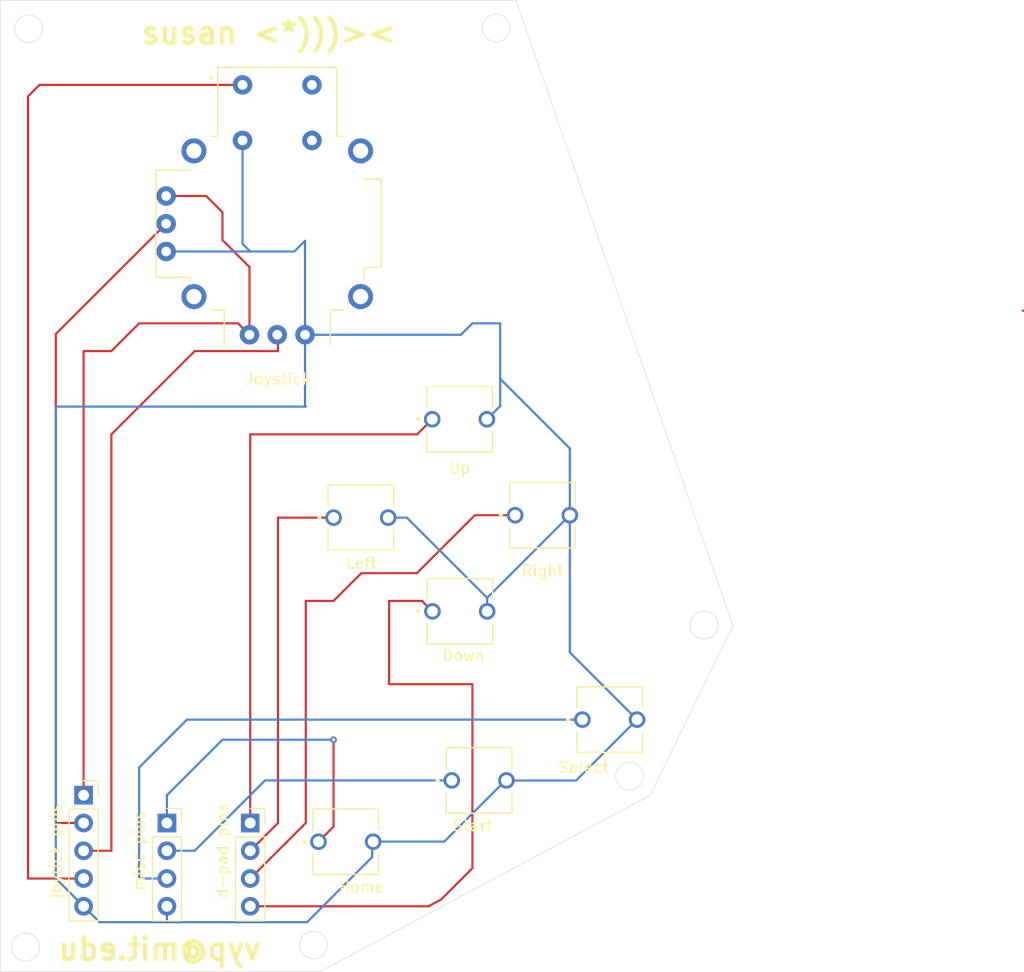
<source format=kicad_pcb>
(kicad_pcb (version 20240108) (generator "pcbnew") (generator_version "8.0")
  (layers (0 "F.Cu" signal) (31 "B.Cu" signal) (34 "B.Paste" user) (35 "F.Paste" user) (36 "B.SilkS" user "B.Silkscreen") (37 "F.SilkS" user "F.Silkscreen") (38 "B.Mask" user) (39 "F.Mask" user) (44 "Edge.Cuts" user))
  (net 0 "")
  (net 1 "/GND")
  (net 2 "/VCC")
  (net 3 "Net-(H1-SHIELD-PadS1)")
  (net 4 "/D0")
  (net 5 "/D3")
  (net 6 "/D4")
  (net 7 "/D2")
  (net 8 "/D1")
  (net 9 "/D17")
  (net 10 "/D16")
  (net 11 "/A1")
  (net 12 "/A0")
  (net 13 "/A2")
  (footprint "Downloads:SW_BUTT-2" (layer "F.Cu") (at 138.545585 102.556166)
    (property "Reference" "SW2")
    (property "Value" "Down" (at 0.338872 4.028471 0) (layer "F.SilkS"))
    (fp_line (start -3 -3) (end 3 -3) (stroke (width 0.127)) (layer "F.SilkS"))
    (fp_line (start -3 -1.075) (end -3 -3) (stroke (width 0.127)) (layer "F.SilkS"))
    (fp_line (start -3 3) (end -3 1.075) (stroke (width 0.127)) (layer "F.SilkS"))
    (fp_line (start 3 -3) (end 3 -1.075) (stroke (width 0.127)) (layer "F.SilkS"))
    (fp_line (start 3 1.075) (end 3 3) (stroke (width 0.127)) (layer "F.SilkS"))
    (fp_line (start 3 3) (end -3 3) (stroke (width 0.127)) (layer "F.SilkS"))
    (fp_circle (center -3.8 0) (end -3.7 0) (stroke (width 0.2)) (fill none) (layer "F.SilkS"))
    (pad "1" thru_hole circle (at -2.5 0) (size 1.508 1.508) (drill 1) (layers "*.Cu" "*.Mask") (net 6 "/D4"))
    (pad "2" thru_hole circle (at 2.5 0) (size 1.508 1.508) (drill 1) (layers "*.Cu" "*.Mask") (net 1 "/GND"))
  )
  (footprint "Downloads:XDCR_COM-09032" (layer "F.Cu") (at 121.851042 67.08675)
    (property "Reference" "H1")
    (property "Value" "Joystick" (at 0.068958 14.19325 0) (layer "F.SilkS"))
    (fp_line (start -11.1 -4.9) (end -7.95 -4.9) (stroke (width 0.127)) (layer "F.SilkS"))
    (fp_line (start -11.1 4.9) (end -11.1 -4.9) (stroke (width 0.127)) (layer "F.SilkS"))
    (fp_line (start -7.95 4.9) (end -11.1 4.9) (stroke (width 0.127)) (layer "F.SilkS"))
    (fp_line (start -7.95 5.17) (end -7.95 4.9) (stroke (width 0.127)) (layer "F.SilkS"))
    (fp_line (start -6.07 -8) (end -5.45 -8) (stroke (width 0.127)) (layer "F.SilkS"))
    (fp_line (start -5.45 -14.3) (end 5.45 -14.3) (stroke (width 0.127)) (layer "F.SilkS"))
    (fp_line (start -5.45 -8) (end -5.45 -14.3) (stroke (width 0.127)) (layer "F.SilkS"))
    (fp_line (start -4.85 7.9) (end -6.07 7.9) (stroke (width 0.127)) (layer "F.SilkS"))
    (fp_line (start -4.85 11.1) (end -4.85 7.9) (stroke (width 0.127)) (layer "F.SilkS"))
    (fp_line (start 4.85 7.9) (end 4.85 11.1) (stroke (width 0.127)) (layer "F.SilkS"))
    (fp_line (start 5.45 -14.3) (end 5.45 -8) (stroke (width 0.127)) (layer "F.SilkS"))
    (fp_line (start 5.45 -8) (end 6.08 -8) (stroke (width 0.127)) (layer "F.SilkS"))
    (fp_line (start 6.08 7.9) (end 4.85 7.9) (stroke (width 0.127)) (layer "F.SilkS"))
    (fp_line (start 7.95 -4.1) (end 9.5 -4.1) (stroke (width 0.127)) (layer "F.SilkS"))
    (fp_line (start 7.95 4) (end 7.95 5.12) (stroke (width 0.127)) (layer "F.SilkS"))
    (fp_line (start 9.5 -4.1) (end 9.5 4) (stroke (width 0.127)) (layer "F.SilkS"))
    (fp_line (start 9.5 4) (end 7.95 4) (stroke (width 0.127)) (layer "F.SilkS"))
    (fp_circle (center -6.05 -13.35) (end -5.95 -13.35) (stroke (width 0.2)) (fill none) (layer "F.SilkS"))
    (pad "B1A" thru_hole circle (at -3.175 -12.7) (size 1.778 1.778) (drill 0.9) (layers "*.Cu" "*.Mask") (net 13 "/A2"))
    (pad "B1B" thru_hole circle (at 3.175 -12.7) (size 1.778 1.778) (drill 0.9) (layers "*.Cu" "*.Mask"))
    (pad "B2A" thru_hole circle (at -3.175 -7.62) (size 1.778 1.778) (drill 0.9) (layers "*.Cu" "*.Mask") (net 1 "/GND"))
    (pad "B2B" thru_hole circle (at 3.175 -7.62) (size 1.778 1.778) (drill 0.9) (layers "*.Cu" "*.Mask"))
    (pad "H1" thru_hole circle (at -2.54 10.16) (size 1.778 1.778) (drill 0.889) (layers "*.Cu" "*.Mask") (net 2 "/VCC"))
    (pad "H2" thru_hole circle (at 0 10.16) (size 1.778 1.778) (drill 0.889) (layers "*.Cu" "*.Mask") (net 11 "/A1"))
    (pad "H3" thru_hole circle (at 2.54 10.16) (size 1.778 1.778) (drill 0.889) (layers "*.Cu" "*.Mask") (net 1 "/GND"))
    (pad "S1" thru_hole circle (at -7.62 -6.6675) (size 2.286 2.286) (drill 1.397) (layers "*.Cu" "*.Mask") (net 3 "Net-(H1-SHIELD-PadS1)"))
    (pad "S2" thru_hole circle (at -7.62 6.6675) (size 2.286 2.286) (drill 1.397) (layers "*.Cu" "*.Mask") (net 3 "Net-(H1-SHIELD-PadS1)"))
    (pad "S3" thru_hole circle (at 7.62 6.6675) (size 2.286 2.286) (drill 1.397) (layers "*.Cu" "*.Mask") (net 3 "Net-(H1-SHIELD-PadS1)"))
    (pad "S4" thru_hole circle (at 7.62 -6.6675) (size 2.286 2.286) (drill 1.397) (layers "*.Cu" "*.Mask") (net 3 "Net-(H1-SHIELD-PadS1)"))
    (pad "V1" thru_hole circle (at -10.16 -2.54) (size 1.778 1.778) (drill 0.889) (layers "*.Cu" "*.Mask") (net 2 "/VCC"))
    (pad "V2" thru_hole circle (at -10.16 0) (size 1.778 1.778) (drill 0.889) (layers "*.Cu" "*.Mask") (net 12 "/A0"))
    (pad "V3" thru_hole circle (at -10.16 2.54) (size 1.778 1.778) (drill 0.889) (layers "*.Cu" "*.Mask") (net 1 "/GND"))
  )
  (footprint "Downloads:SW_BUTT-2" (layer "F.Cu") (at 146.108431 93.75901)
    (property "Reference" "SW4")
    (property "Value" "Right" (at 0 5.08 0) (layer "F.SilkS"))
    (fp_line (start -3 -3) (end 3 -3) (stroke (width 0.127)) (layer "F.SilkS"))
    (fp_line (start -3 -1.075) (end -3 -3) (stroke (width 0.127)) (layer "F.SilkS"))
    (fp_line (start -3 3) (end -3 1.075) (stroke (width 0.127)) (layer "F.SilkS"))
    (fp_line (start 3 -3) (end 3 -1.075) (stroke (width 0.127)) (layer "F.SilkS"))
    (fp_line (start 3 1.075) (end 3 3) (stroke (width 0.127)) (layer "F.SilkS"))
    (fp_line (start 3 3) (end -3 3) (stroke (width 0.127)) (layer "F.SilkS"))
    (fp_circle (center -3.8 0) (end -3.7 0) (stroke (width 0.2)) (fill none) (layer "F.SilkS"))
    (pad "1" thru_hole circle (at -2.5 0) (size 1.508 1.508) (drill 1) (layers "*.Cu" "*.Mask") (net 5 "/D3"))
    (pad "2" thru_hole circle (at 2.5 0) (size 1.508 1.508) (drill 1) (layers "*.Cu" "*.Mask") (net 1 "/GND"))
  )
  (footprint "Connector_PinSocket_2.54mm:PinSocket_1x04_P2.54mm_Vertical" (layer "F.Cu") (at 119.38 121.92)
    (property "Reference" "J1")
    (property "Value" "d-pad pins" (at -2.54 2.54 90) (layer "F.SilkS"))
    (fp_line (start -1.33 1.27) (end -1.33 8.95) (stroke (width 0.12)) (layer "F.SilkS"))
    (fp_line (start -1.33 1.27) (end 1.33 1.27) (stroke (width 0.12)) (layer "F.SilkS"))
    (fp_line (start -1.33 8.95) (end 1.33 8.95) (stroke (width 0.12)) (layer "F.SilkS"))
    (fp_line (start 0 -1.33) (end 1.33 -1.33) (stroke (width 0.12)) (layer "F.SilkS"))
    (fp_line (start 1.33 -1.33) (end 1.33 0) (stroke (width 0.12)) (layer "F.SilkS"))
    (fp_line (start 1.33 1.27) (end 1.33 8.95) (stroke (width 0.12)) (layer "F.SilkS"))
    (pad "1" thru_hole rect (at 0 0) (size 1.7 1.7) (drill 1) (layers "*.Cu" "*.Mask") (net 4 "/D0"))
    (pad "2" thru_hole oval (at 0 2.54) (size 1.7 1.7) (drill 1) (layers "*.Cu" "*.Mask") (net 7 "/D2"))
    (pad "3" thru_hole oval (at 0 5.08) (size 1.7 1.7) (drill 1) (layers "*.Cu" "*.Mask") (net 5 "/D3"))
    (pad "4" thru_hole oval (at 0 7.62) (size 1.7 1.7) (drill 1) (layers "*.Cu" "*.Mask") (net 6 "/D4"))
  )
  (footprint "Downloads:SW_BUTT-2" (layer "F.Cu") (at 138.52398 84.978965)
    (property "Reference" "SW1")
    (property "Value" "Up" (at 0 4.445 0) (layer "F.SilkS"))
    (fp_line (start -3 -3) (end 3 -3) (stroke (width 0.127)) (layer "F.SilkS"))
    (fp_line (start -3 -1.075) (end -3 -3) (stroke (width 0.127)) (layer "F.SilkS"))
    (fp_line (start -3 3) (end -3 1.075) (stroke (width 0.127)) (layer "F.SilkS"))
    (fp_line (start 3 -3) (end 3 -1.075) (stroke (width 0.127)) (layer "F.SilkS"))
    (fp_line (start 3 1.075) (end 3 3) (stroke (width 0.127)) (layer "F.SilkS"))
    (fp_line (start 3 3) (end -3 3) (stroke (width 0.127)) (layer "F.SilkS"))
    (fp_circle (center -3.8 0) (end -3.7 0) (stroke (width 0.2)) (fill none) (layer "F.SilkS"))
    (pad "1" thru_hole circle (at -2.5 0) (size 1.508 1.508) (drill 1) (layers "*.Cu" "*.Mask") (net 4 "/D0"))
    (pad "2" thru_hole circle (at 2.5 0) (size 1.508 1.508) (drill 1) (layers "*.Cu" "*.Mask") (net 1 "/GND"))
  )
  (footprint "Connector_PinSocket_2.54mm:PinSocket_1x04_P2.54mm_Vertical" (layer "F.Cu") (at 111.76 121.92)
    (property "Reference" "J2")
    (property "Value" "misc pins" (at -2.54 2.54 90) (layer "F.SilkS"))
    (fp_line (start -1.33 1.27) (end -1.33 8.95) (stroke (width 0.12)) (layer "F.SilkS"))
    (fp_line (start -1.33 1.27) (end 1.33 1.27) (stroke (width 0.12)) (layer "F.SilkS"))
    (fp_line (start -1.33 8.95) (end 1.33 8.95) (stroke (width 0.12)) (layer "F.SilkS"))
    (fp_line (start 0 -1.33) (end 1.33 -1.33) (stroke (width 0.12)) (layer "F.SilkS"))
    (fp_line (start 1.33 -1.33) (end 1.33 0) (stroke (width 0.12)) (layer "F.SilkS"))
    (fp_line (start 1.33 1.27) (end 1.33 8.95) (stroke (width 0.12)) (layer "F.SilkS"))
    (pad "1" thru_hole rect (at 0 0) (size 1.7 1.7) (drill 1) (layers "*.Cu" "*.Mask") (net 10 "/D16"))
    (pad "2" thru_hole oval (at 0 2.54) (size 1.7 1.7) (drill 1) (layers "*.Cu" "*.Mask") (net 9 "/D17"))
    (pad "3" thru_hole oval (at 0 5.08) (size 1.7 1.7) (drill 1) (layers "*.Cu" "*.Mask") (net 8 "/D1"))
    (pad "4" thru_hole oval (at 0 7.62) (size 1.7 1.7) (drill 1) (layers "*.Cu" "*.Mask") (net 1 "/GND"))
  )
  (footprint "Downloads:SW_BUTT-2" (layer "F.Cu") (at 152.257178 112.46181)
    (property "Reference" "SW8")
    (property "Value" "Select" (at -2.397178 4.37819 0) (layer "F.SilkS"))
    (fp_line (start -3 -3) (end 3 -3) (stroke (width 0.127)) (layer "F.SilkS"))
    (fp_line (start -3 -1.075) (end -3 -3) (stroke (width 0.127)) (layer "F.SilkS"))
    (fp_line (start -3 3) (end -3 1.075) (stroke (width 0.127)) (layer "F.SilkS"))
    (fp_line (start 3 -3) (end 3 -1.075) (stroke (width 0.127)) (layer "F.SilkS"))
    (fp_line (start 3 1.075) (end 3 3) (stroke (width 0.127)) (layer "F.SilkS"))
    (fp_line (start 3 3) (end -3 3) (stroke (width 0.127)) (layer "F.SilkS"))
    (fp_circle (center -3.8 0) (end -3.7 0) (stroke (width 0.2)) (fill none) (layer "F.SilkS"))
    (pad "1" thru_hole circle (at -2.5 0) (size 1.508 1.508) (drill 1) (layers "*.Cu" "*.Mask") (net 8 "/D1"))
    (pad "2" thru_hole circle (at 2.5 0) (size 1.508 1.508) (drill 1) (layers "*.Cu" "*.Mask") (net 1 "/GND"))
  )
  (footprint "Downloads:SW_BUTT-2" (layer "F.Cu") (at 140.312219 118.026052)
    (property "Reference" "SW7")
    (property "Value" "Start" (at -0.607242 4.135 0) (layer "F.SilkS"))
    (fp_line (start -3 -3) (end 3 -3) (stroke (width 0.127)) (layer "F.SilkS"))
    (fp_line (start -3 -1.075) (end -3 -3) (stroke (width 0.127)) (layer "F.SilkS"))
    (fp_line (start -3 3) (end -3 1.075) (stroke (width 0.127)) (layer "F.SilkS"))
    (fp_line (start 3 -3) (end 3 -1.075) (stroke (width 0.127)) (layer "F.SilkS"))
    (fp_line (start 3 1.075) (end 3 3) (stroke (width 0.127)) (layer "F.SilkS"))
    (fp_line (start 3 3) (end -3 3) (stroke (width 0.127)) (layer "F.SilkS"))
    (fp_circle (center -3.8 0) (end -3.7 0) (stroke (width 0.2)) (fill none) (layer "F.SilkS"))
    (pad "1" thru_hole circle (at -2.5 0) (size 1.508 1.508) (drill 1) (layers "*.Cu" "*.Mask") (net 9 "/D17"))
    (pad "2" thru_hole circle (at 2.5 0) (size 1.508 1.508) (drill 1) (layers "*.Cu" "*.Mask") (net 1 "/GND"))
  )
  (footprint "Downloads:SW_BUTT-2" (layer "F.Cu") (at 128.121492 123.633777)
    (property "Reference" "SW6")
    (property "Value" "Home" (at 1.418508 4.135 0) (layer "F.SilkS"))
    (fp_line (start -3 -3) (end 3 -3) (stroke (width 0.127)) (layer "F.SilkS"))
    (fp_line (start -3 -1.075) (end -3 -3) (stroke (width 0.127)) (layer "F.SilkS"))
    (fp_line (start -3 3) (end -3 1.075) (stroke (width 0.127)) (layer "F.SilkS"))
    (fp_line (start 3 -3) (end 3 -1.075) (stroke (width 0.127)) (layer "F.SilkS"))
    (fp_line (start 3 1.075) (end 3 3) (stroke (width 0.127)) (layer "F.SilkS"))
    (fp_line (start 3 3) (end -3 3) (stroke (width 0.127)) (layer "F.SilkS"))
    (fp_circle (center -3.8 0) (end -3.7 0) (stroke (width 0.2)) (fill none) (layer "F.SilkS"))
    (pad "1" thru_hole circle (at -2.5 0) (size 1.508 1.508) (drill 1) (layers "*.Cu" "*.Mask") (net 10 "/D16"))
    (pad "2" thru_hole circle (at 2.5 0) (size 1.508 1.508) (drill 1) (layers "*.Cu" "*.Mask") (net 1 "/GND"))
  )
  (footprint "Connector_PinSocket_2.54mm:PinSocket_1x05_P2.54mm_Vertical" (layer "F.Cu") (at 104.14 119.38)
    (property "Reference" "J3")
    (property "Value" "joytick pins" (at -2.54 5.08 90) (layer "F.SilkS"))
    (fp_line (start -1.33 1.27) (end -1.33 11.49) (stroke (width 0.12)) (layer "F.SilkS"))
    (fp_line (start -1.33 1.27) (end 1.33 1.27) (stroke (width 0.12)) (layer "F.SilkS"))
    (fp_line (start -1.33 11.49) (end 1.33 11.49) (stroke (width 0.12)) (layer "F.SilkS"))
    (fp_line (start 0 -1.33) (end 1.33 -1.33) (stroke (width 0.12)) (layer "F.SilkS"))
    (fp_line (start 1.33 -1.33) (end 1.33 0) (stroke (width 0.12)) (layer "F.SilkS"))
    (fp_line (start 1.33 1.27) (end 1.33 11.49) (stroke (width 0.12)) (layer "F.SilkS"))
    (pad "1" thru_hole rect (at 0 0) (size 1.7 1.7) (drill 1) (layers "*.Cu" "*.Mask") (net 2 "/VCC"))
    (pad "2" thru_hole oval (at 0 2.54) (size 1.7 1.7) (drill 1) (layers "*.Cu" "*.Mask") (net 12 "/A0"))
    (pad "3" thru_hole oval (at 0 5.08) (size 1.7 1.7) (drill 1) (layers "*.Cu" "*.Mask") (net 11 "/A1"))
    (pad "4" thru_hole oval (at 0 7.62) (size 1.7 1.7) (drill 1) (layers "*.Cu" "*.Mask") (net 13 "/A2"))
    (pad "5" thru_hole oval (at 0 10.16) (size 1.7 1.7) (drill 1) (layers "*.Cu" "*.Mask") (net 1 "/GND"))
  )
  (footprint "Downloads:SW_BUTT-2" (layer "F.Cu") (at 129.5 93.98)
    (property "Reference" "SW3")
    (property "Value" "Left" (at 0.04 4.135 0) (layer "F.SilkS"))
    (fp_line (start -3 -3) (end 3 -3) (stroke (width 0.127)) (layer "F.SilkS"))
    (fp_line (start -3 -1.075) (end -3 -3) (stroke (width 0.127)) (layer "F.SilkS"))
    (fp_line (start -3 3) (end -3 1.075) (stroke (width 0.127)) (layer "F.SilkS"))
    (fp_line (start 3 -3) (end 3 -1.075) (stroke (width 0.127)) (layer "F.SilkS"))
    (fp_line (start 3 1.075) (end 3 3) (stroke (width 0.127)) (layer "F.SilkS"))
    (fp_line (start 3 3) (end -3 3) (stroke (width 0.127)) (layer "F.SilkS"))
    (fp_circle (center -3.8 0) (end -3.7 0) (stroke (width 0.2)) (fill none) (layer "F.SilkS"))
    (pad "1" thru_hole circle (at -2.5 0) (size 1.508 1.508) (drill 1) (layers "*.Cu" "*.Mask") (net 7 "/D2"))
    (pad "2" thru_hole circle (at 2.5 0) (size 1.508 1.508) (drill 1) (layers "*.Cu" "*.Mask") (net 1 "/GND"))
  )
  (gr_circle (center 160.891029 103.812443) (end 162.161029 103.812443) (stroke (width 0.05)) (fill none) (layer "Edge.Cuts"))
  (gr_line (start 163.522901 103.863254) (end 155.956 119.38) (stroke (width 0.05)) (layer "Edge.Cuts"))
  (gr_circle (center 99.115422 49.232165) (end 97.845422 49.232165) (stroke (width 0.05)) (fill none) (layer "Edge.Cuts"))
  (gr_circle (center 154.068609 117.644556) (end 155.338609 117.644556) (stroke (width 0.05)) (fill none) (layer "Edge.Cuts"))
  (gr_line (start 125.732813 135.542849) (end 155.956 119.38) (stroke (width 0.05)) (layer "Edge.Cuts"))
  (gr_circle (center 141.874574 49.177085) (end 141.874574 47.907085) (stroke (width 0.05)) (fill none) (layer "Edge.Cuts"))
  (gr_line (start 143.68 46.64) (end 96.52 46.64) (stroke (width 0.05)) (layer "Edge.Cuts"))
  (gr_line (start 96.52 135.54) (end 125.73 135.54) (stroke (width 0.05)) (layer "Edge.Cuts"))
  (gr_circle (center 98.827065 133.278643) (end 100.097065 133.278643) (stroke (width 0.05)) (fill none) (layer "Edge.Cuts"))
  (gr_line (start 96.52 46.64) (end 96.52 135.54) (stroke (width 0.05)) (layer "Edge.Cuts"))
  (gr_circle (center 125.163181 133.07827) (end 126.433181 133.07827) (stroke (width 0.05)) (fill none) (layer "Edge.Cuts"))
  (gr_line (start 143.68 46.64) (end 163.522901 103.863254) (stroke (width 0.05)) (layer "Edge.Cuts"))
  (gr_text "vyp@mit.edu" (at 101.6 134.62 -0) (layer "F.SilkS") (effects (font (size 2 2) (thickness 0.4) (bold yes)) (justify right bottom mirror)))
  (gr_text "susan <*)))><\n" (at 109.22 50.8 0) (layer "F.SilkS") (effects (font (size 2 2) (thickness 0.4) (bold yes)) (justify left bottom)))
  (segment (start 190.06708 75.06) (end 190.03181 75.02473) (width 0.2) (layer "F.Cu") (net 0))
  (segment (start 124.46 77.177792) (end 124.391042 77.24675) (width 0.2) (layer "F.Cu") (net 1))
  (segment (start 137.13211 123.622708) (end 130.52811 123.622708) (width 0.2) (layer "B.Cu") (net 1))
  (segment (start 132 93.98) (end 133.703729 93.98) (width 0.2) (layer "B.Cu") (net 1))
  (segment (start 104.14 129.54) (end 101.6 127) (width 0.2) (layer "B.Cu") (net 1))
  (segment (start 133.703729 93.98) (end 141.045585 101.321856) (width 0.2) (layer "B.Cu") (net 1))
  (segment (start 142.24 83.762945) (end 142.24 81.28) (width 0.2) (layer "B.Cu") (net 1))
  (segment (start 118.676042 59.46675) (end 118.676042 68.922792) (width 0.2) (layer "B.Cu") (net 1))
  (segment (start 148.608431 87.648431) (end 142.24 81.28) (width 0.2) (layer "B.Cu") (net 1))
  (segment (start 111.76 130.996011) (end 105.596011 130.996011) (width 0.2) (layer "B.Cu") (net 1))
  (segment (start 154.757178 112.46181) (end 149.18428 118.034708) (width 0.2) (layer "B.Cu") (net 1))
  (segment (start 124.46 83.82) (end 124.391042 83.751042) (width 0.2) (layer "B.Cu") (net 1))
  (segment (start 130.52811 123.622708) (end 130.52811 125.037217) (width 0.2) (layer "B.Cu") (net 1))
  (segment (start 141.02398 84.978965) (end 142.24 83.762945) (width 0.2) (layer "B.Cu") (net 1))
  (segment (start 118.676042 68.922792) (end 119.38 69.62675) (width 0.2) (layer "B.Cu") (net 1))
  (segment (start 148.608431 93.75901) (end 148.608431 106.313063) (width 0.2) (layer "B.Cu") (net 1))
  (segment (start 148.608431 106.313063) (end 154.757178 112.46181) (width 0.2) (layer "B.Cu") (net 1))
  (segment (start 101.6 83.82) (end 124.46 83.82) (width 0.2) (layer "B.Cu") (net 1))
  (segment (start 142.24 76.2) (end 139.7 76.2) (width 0.2) (layer "B.Cu") (net 1))
  (segment (start 141.045585 101.321856) (end 148.608431 93.75901) (width 0.2) (layer "B.Cu") (net 1))
  (segment (start 142.24 81.28) (end 142.24 76.2) (width 0.2) (layer "B.Cu") (net 1))
  (segment (start 124.391042 68.648958) (end 123.41325 69.62675) (width 0.2) (layer "B.Cu") (net 1))
  (segment (start 142.72011 118.034708) (end 137.13211 123.622708) (width 0.2) (layer "B.Cu") (net 1))
  (segment (start 148.608431 93.75901) (end 148.608431 87.648431) (width 0.2) (layer "B.Cu") (net 1))
  (segment (start 124.569316 130.996011) (end 111.76 130.996011) (width 0.2) (layer "B.Cu") (net 1))
  (segment (start 119.38 69.62675) (end 111.691042 69.62675) (width 0.2) (layer "B.Cu") (net 1))
  (segment (start 105.596011 130.996011) (end 104.14 129.54) (width 0.2) (layer "B.Cu") (net 1))
  (segment (start 123.41325 69.62675) (end 119.38 69.62675) (width 0.2) (layer "B.Cu") (net 1))
  (segment (start 139.7 76.2) (end 138.65325 77.24675) (width 0.2) (layer "B.Cu") (net 1))
  (segment (start 111.76 129.54) (end 111.76 130.996011) (width 0.2) (layer "B.Cu") (net 1))
  (segment (start 130.52811 125.037217) (end 124.569316 130.996011) (width 0.2) (layer "B.Cu") (net 1))
  (segment (start 124.391042 77.24675) (end 124.391042 68.648958) (width 0.2) (layer "B.Cu") (net 1))
  (segment (start 149.18428 118.034708) (end 142.72011 118.034708) (width 0.2) (layer "B.Cu") (net 1))
  (segment (start 138.65325 77.24675) (end 124.391042 77.24675) (width 0.2) (layer "B.Cu") (net 1))
  (segment (start 124.391042 83.751042) (end 124.391042 77.24675) (width 0.2) (layer "B.Cu") (net 1))
  (segment (start 141.045585 102.556166) (end 141.045585 101.321856) (width 0.2) (layer "B.Cu") (net 1))
  (segment (start 101.6 127) (end 101.6 83.82) (width 0.2) (layer "B.Cu") (net 1))
  (segment (start 116.84 68.58) (end 119.311042 71.051042) (width 0.2) (layer "F.Cu") (net 2))
  (segment (start 115.34675 64.54675) (end 116.84 66.04) (width 0.2) (layer "F.Cu") (net 2))
  (segment (start 104.14 119.38) (end 104.14 78.74) (width 0.2) (layer "F.Cu") (net 2))
  (segment (start 119.311042 71.051042) (end 119.311042 77.24675) (width 0.2) (layer "F.Cu") (net 2))
  (segment (start 111.691042 64.54675) (end 115.34675 64.54675) (width 0.2) (layer "F.Cu") (net 2))
  (segment (start 116.84 66.04) (end 116.84 68.58) (width 0.2) (layer "F.Cu") (net 2))
  (segment (start 109.22 76.2) (end 118.264292 76.2) (width 0.2) (layer "F.Cu") (net 2))
  (segment (start 106.68 78.74) (end 109.22 76.2) (width 0.2) (layer "F.Cu") (net 2))
  (segment (start 104.14 78.74) (end 106.68 78.74) (width 0.2) (layer "F.Cu") (net 2))
  (segment (start 118.264292 76.2) (end 119.311042 77.24675) (width 0.2) (layer "F.Cu") (net 2))
  (segment (start 119.38 77.177792) (end 119.311042 77.24675) (width 0.2) (layer "B.Cu") (net 2))
  (segment (start 134.642945 86.36) (end 136.02398 84.978965) (width 0.2) (layer "F.Cu") (net 4))
  (segment (start 119.38 121.92) (end 119.38 86.36) (width 0.2) (layer "F.Cu") (net 4))
  (segment (start 119.38 86.36) (end 134.642945 86.36) (width 0.2) (layer "F.Cu") (net 4))
  (segment (start 134.62 99.06) (end 139.92099 93.75901) (width 0.2) (layer "F.Cu") (net 5))
  (segment (start 127 101.6) (end 129.54 99.06) (width 0.2) (layer "F.Cu") (net 5))
  (segment (start 129.54 99.06) (end 134.62 99.06) (width 0.2) (layer "F.Cu") (net 5))
  (segment (start 124.46 121.92) (end 124.46 101.6) (width 0.2) (layer "F.Cu") (net 5))
  (segment (start 139.92099 93.75901) (end 143.608431 93.75901) (width 0.2) (layer "F.Cu") (net 5))
  (segment (start 119.38 127) (end 124.46 121.92) (width 0.2) (layer "F.Cu") (net 5))
  (segment (start 124.46 101.6) (end 127 101.6) (width 0.2) (layer "F.Cu") (net 5))
  (segment (start 119.38 129.54) (end 135.685333 129.54) (width 0.2) (layer "F.Cu") (net 6))
  (segment (start 132.08 109.22) (end 132.08 101.6) (width 0.2) (layer "F.Cu") (net 6))
  (segment (start 132.08 101.6) (end 135.089419 101.6) (width 0.2) (layer "F.Cu") (net 6))
  (segment (start 135.685333 129.54) (end 136.832048 128.926756) (width 0.2) (layer "F.Cu") (net 6))
  (segment (start 139.7 109.22) (end 132.08 109.22) (width 0.2) (layer "F.Cu") (net 6))
  (segment (start 136.832048 128.926756) (end 139.7 126.058804) (width 0.2) (layer "F.Cu") (net 6))
  (segment (start 139.7 126.058804) (end 139.7 109.22) (width 0.2) (layer "F.Cu") (net 6))
  (segment (start 135.089419 101.6) (end 136.045585 102.556166) (width 0.2) (layer "F.Cu") (net 6))
  (segment (start 121.92 93.98) (end 127 93.98) (width 0.2) (layer "F.Cu") (net 7))
  (segment (start 121.92 121.92) (end 121.92 93.98) (width 0.2) (layer "F.Cu") (net 7))
  (segment (start 119.38 124.46) (end 121.92 121.92) (width 0.2) (layer "F.Cu") (net 7))
  (segment (start 109.22 127) (end 111.76 127) (width 0.2) (layer "B.Cu") (net 8))
  (segment (start 109.22 116.84) (end 109.22 127) (width 0.2) (layer "B.Cu") (net 8))
  (segment (start 149.757178 112.46181) (end 113.59819 112.46181) (width 0.2) (layer "B.Cu") (net 8))
  (segment (start 113.59819 112.46181) (end 109.22 116.84) (width 0.2) (layer "B.Cu") (net 8))
  (segment (start 114.3 124.46) (end 111.76 124.46) (width 0.2) (layer "B.Cu") (net 9))
  (segment (start 137.812219 118.026052) (end 120.733948 118.026052) (width 0.2) (layer "B.Cu") (net 9))
  (segment (start 120.733948 118.026052) (end 114.3 124.46) (width 0.2) (layer "B.Cu") (net 9))
  (segment (start 127 114.3) (end 127 122.255269) (width 0.2) (layer "F.Cu") (net 10))
  (segment (start 127 122.255269) (end 125.621492 123.633777) (width 0.2) (layer "F.Cu") (net 10))
  (via (at 127 114.3) (size 0.6) (drill 0.3) (layers "F.Cu" "B.Cu") (net 10))
  (segment (start 111.76 119.38) (end 116.84 114.3) (width 0.2) (layer "B.Cu") (net 10))
  (segment (start 116.84 114.3) (end 119.38 114.3) (width 0.2) (layer "B.Cu") (net 10))
  (segment (start 119.38 114.3) (end 127 114.3) (width 0.2) (layer "B.Cu") (net 10))
  (segment (start 111.76 121.92) (end 111.76 119.38) (width 0.2) (layer "B.Cu") (net 10))
  (segment (start 104.14 124.46) (end 106.68 124.46) (width 0.2) (layer "F.Cu") (net 11))
  (segment (start 106.68 124.46) (end 106.68 86.36) (width 0.2) (layer "F.Cu") (net 11))
  (segment (start 121.92 77.315708) (end 121.851042 77.24675) (width 0.2) (layer "F.Cu") (net 11))
  (segment (start 106.68 86.36) (end 114.3 78.74) (width 0.2) (layer "F.Cu") (net 11))
  (segment (start 121.92 78.74) (end 121.92 77.315708) (width 0.2) (layer "F.Cu") (net 11))
  (segment (start 114.3 78.74) (end 121.92 78.74) (width 0.2) (layer "F.Cu") (net 11))
  (segment (start 101.6 121.92) (end 104.14 121.92) (width 0.2) (layer "F.Cu") (net 12))
  (segment (start 101.6 77.177792) (end 101.6 121.92) (width 0.2) (layer "F.Cu") (net 12))
  (segment (start 111.691042 67.08675) (end 101.6 77.177792) (width 0.2) (layer "F.Cu") (net 12))
  (segment (start 99.06 55.426614) (end 100.099864 54.38675) (width 0.2) (layer "F.Cu") (net 13))
  (segment (start 104.14 127) (end 99.06 127) (width 0.2) (layer "F.Cu") (net 13))
  (segment (start 100.099864 54.38675) (end 118.676042 54.38675) (width 0.2) (layer "F.Cu") (net 13))
  (segment (start 99.06 127) (end 99.06 55.426614) (width 0.2) (layer "F.Cu") (net 13))
)
</source>
